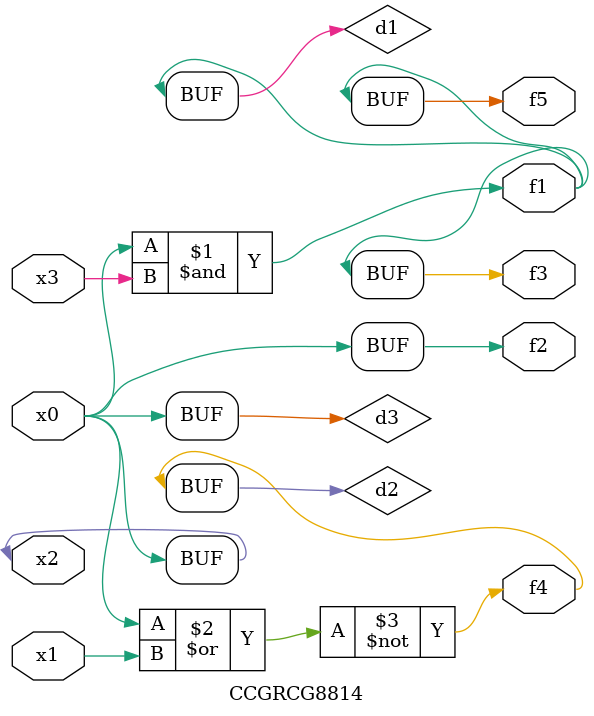
<source format=v>
module CCGRCG8814(
	input x0, x1, x2, x3,
	output f1, f2, f3, f4, f5
);

	wire d1, d2, d3;

	and (d1, x2, x3);
	nor (d2, x0, x1);
	buf (d3, x0, x2);
	assign f1 = d1;
	assign f2 = d3;
	assign f3 = d1;
	assign f4 = d2;
	assign f5 = d1;
endmodule

</source>
